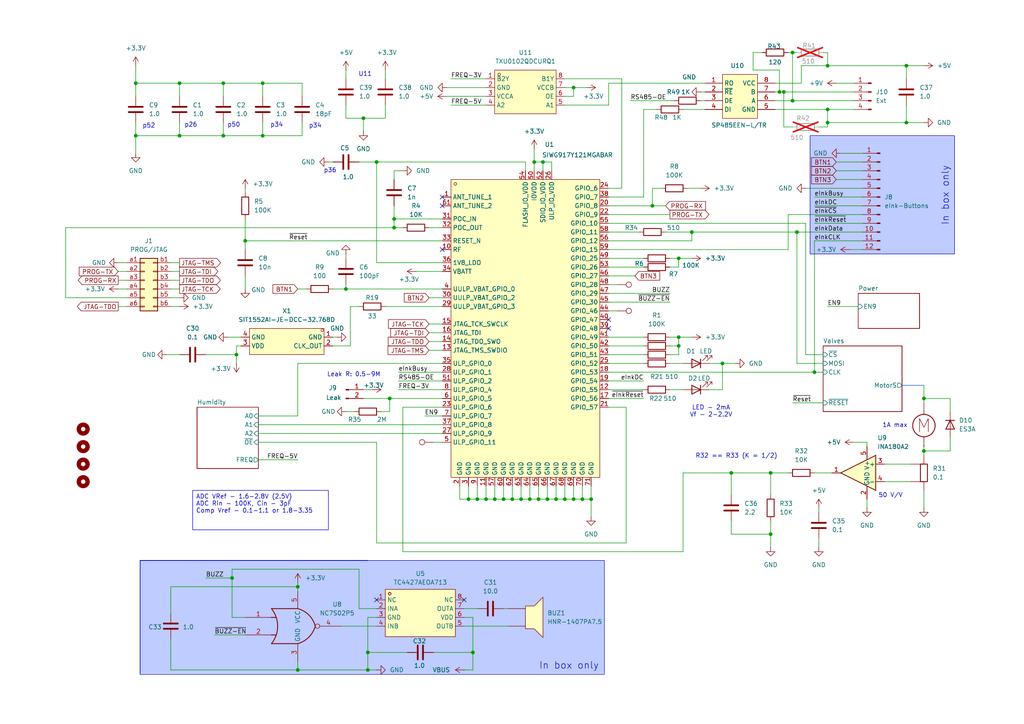
<source format=kicad_sch>
(kicad_sch (version 20231120) (generator "eeschema") (generator_version "8.0")
  (paper "A4")
  (title_block (title "Water Plant main module") (company "RoboWay"))
  (junction (at 227.33 26.67))
  (junction (at 64.77 39.37))
  (junction (at 156.21 144.78))
  (junction (at 226.06 26.67))
  (junction (at 229.87 29.21))
  (junction (at 109.22 46.99))
  (junction (at 236.22 107.95))
  (junction (at 86.36 170.18))
  (junction (at 76.2 24.13))
  (junction (at 223.52 137.16))
  (junction (at 39.37 39.37))
  (junction (at 240.03 19.05))
  (junction (at 168.91 144.78))
  (junction (at 68.58 102.87))
  (junction (at 262.89 19.05))
  (junction (at 146.05 144.78))
  (junction (at 209.55 105.41))
  (junction (at 113.03 115.57))
  (junction (at 163.83 144.78))
  (junction (at 71.12 69.85))
  (junction (at 153.67 144.78))
  (junction (at 39.37 24.13))
  (junction (at 267.97 115.57))
  (junction (at 158.75 144.78))
  (junction (at 189.23 59.69))
  (junction (at 100.33 83.82))
  (junction (at 106.68 189.23))
  (junction (at 240.03 31.75))
  (junction (at 196.85 97.79))
  (junction (at 151.13 144.78))
  (junction (at 114.3 66.04))
  (junction (at 135.89 144.78))
  (junction (at 140.97 144.78))
  (junction (at 262.89 35.56))
  (junction (at 143.51 144.78))
  (junction (at 114.3 63.5))
  (junction (at 105.41 34.29))
  (junction (at 171.45 144.78))
  (junction (at 223.52 154.94))
  (junction (at 137.16 189.23))
  (junction (at 86.36 194.31))
  (junction (at 76.2 39.37))
  (junction (at 157.48 46.99))
  (junction (at 212.09 137.16))
  (junction (at 166.37 144.78))
  (junction (at 106.68 194.31))
  (junction (at 154.94 46.99))
  (junction (at 196.85 74.93))
  (junction (at 64.77 24.13))
  (junction (at 161.29 144.78))
  (junction (at 196.85 100.33))
  (junction (at 67.31 167.64))
  (junction (at 200.66 67.31))
  (junction (at 166.37 25.4))
  (junction (at 267.97 130.81))
  (junction (at 229.87 15.24))
  (junction (at 148.59 144.78))
  (junction (at 52.07 39.37))
  (junction (at 138.43 144.78))
  (junction (at 231.14 67.31))
  (junction (at 240.03 35.56))
  (junction (at 52.07 24.13))
  (no_connect (at 176.53 92.71))
  (no_connect (at 128.27 72.39))
  (no_connect (at 109.22 173.99))
  (no_connect (at 176.53 95.25))
  (no_connect (at 128.27 59.69))
  (no_connect (at 134.62 173.99))
  (no_connect (at 128.27 57.15))
  (wire (pts (xy 229.87 29.21) (xy 247.65 29.21)))
  (wire (pts (xy 247.65 128.27) (xy 251.46 128.27)))
  (wire (pts (xy 67.31 179.07) (xy 71.12 179.07)))
  (wire (pts (xy 134.62 179.07) (xy 137.16 179.07)))
  (wire (pts (xy 218.44 20.32) (xy 226.06 20.32)))
  (wire (pts (xy 237.49 158.75) (xy 237.49 156.21)))
  (wire (pts (xy 176.53 74.93) (xy 186.69 74.93)))
  (wire (pts (xy 223.52 154.94) (xy 223.52 151.13)))
  (wire (pts (xy 157.48 46.99) (xy 154.94 46.99)))
  (wire (pts (xy 224.79 29.21) (xy 229.87 29.21)))
  (wire (pts (xy 130.81 22.86) (xy 140.97 22.86)))
  (wire (pts (xy 233.68 102.87) (xy 238.76 102.87)))
  (wire (pts (xy 156.21 140.97) (xy 156.21 144.78)))
  (wire (pts (xy 86.36 83.82) (xy 88.9 83.82)))
  (wire (pts (xy 163.83 140.97) (xy 163.83 144.78)))
  (wire (pts (xy 267.97 111.76) (xy 261.62 111.76)) (stroke (width 0) (color 0 78 255 1)))
  (wire (pts (xy 176.53 113.03) (xy 186.69 113.03)))
  (wire (pts (xy 135.89 140.97) (xy 135.89 144.78)))
  (wire (pts (xy 228.6 72.39) (xy 228.6 62.23)))
  (wire (pts (xy 223.52 154.94) (xy 223.52 158.75)))
  (wire (pts (xy 106.68 179.07) (xy 109.22 179.07)))
  (wire (pts (xy 176.53 97.79) (xy 186.69 97.79)))
  (wire (pts (xy 157.48 46.99) (xy 157.48 49.53)))
  (wire (pts (xy 228.6 15.24) (xy 229.87 15.24)))
  (wire (pts (xy 163.83 27.94) (xy 166.37 27.94)))
  (wire (pts (xy 74.93 120.65) (xy 86.36 120.65)))
  (wire (pts (xy 189.23 59.69) (xy 193.04 59.69)))
  (wire (pts (xy 246.38 72.39) (xy 250.19 72.39)))
  (wire (pts (xy 205.74 105.41) (xy 209.55 105.41)))
  (wire (pts (xy 176.53 72.39) (xy 228.6 72.39)))
  (polyline (pts (xy 40.64 162.56) (xy 40.64 195.58)))
  (wire (pts (xy 101.6 88.9) (xy 104.14 88.9)))
  (wire (pts (xy 67.31 167.64) (xy 67.31 165.1)))
  (wire (pts (xy 59.69 102.87) (xy 68.58 102.87)))
  (wire (pts (xy 124.46 93.98) (xy 128.27 93.98)))
  (wire (pts (xy 262.89 35.56) (xy 267.97 35.56)))
  (wire (pts (xy 226.06 26.67) (xy 227.33 26.67)))
  (wire (pts (xy 196.85 100.33) (xy 196.85 102.87)))
  (wire (pts (xy 100.33 20.32) (xy 100.33 22.86)))
  (wire (pts (xy 106.68 194.31) (xy 109.22 194.31)))
  (wire (pts (xy 186.69 110.49) (xy 176.53 110.49)))
  (wire (pts (xy 194.31 113.03) (xy 198.12 113.03)))
  (wire (pts (xy 176.53 57.15) (xy 186.69 57.15)))
  (wire (pts (xy 176.53 105.41) (xy 186.69 105.41)))
  (wire (pts (xy 76.2 39.37) (xy 87.63 39.37)))
  (wire (pts (xy 105.41 34.29) (xy 105.41 38.1)))
  (wire (pts (xy 229.87 116.84) (xy 238.76 116.84)))
  (wire (pts (xy 114.3 59.69) (xy 114.3 63.5)))
  (wire (pts (xy 134.62 194.31) (xy 137.16 194.31)))
  (wire (pts (xy 34.29 81.28) (xy 36.83 81.28)))
  (wire (pts (xy 66.04 97.79) (xy 69.85 97.79)))
  (wire (pts (xy 49.53 185.42) (xy 49.53 194.31)))
  (wire (pts (xy 133.35 140.97) (xy 133.35 144.78)))
  (wire (pts (xy 64.77 24.13) (xy 64.77 27.94)))
  (wire (pts (xy 251.46 144.78) (xy 251.46 147.32)))
  (wire (pts (xy 39.37 39.37) (xy 39.37 44.45)))
  (wire (pts (xy 109.22 76.2) (xy 109.22 46.99)))
  (wire (pts (xy 267.97 115.57) (xy 267.97 111.76)))
  (wire (pts (xy 120.65 78.74) (xy 128.27 78.74)))
  (wire (pts (xy 109.22 128.27) (xy 109.22 157.48)))
  (wire (pts (xy 135.89 144.78) (xy 138.43 144.78)))
  (wire (pts (xy 247.65 24.13) (xy 242.57 24.13)))
  (wire (pts (xy 67.31 167.64) (xy 67.31 179.07)))
  (wire (pts (xy 228.6 62.23) (xy 250.19 62.23)))
  (wire (pts (xy 134.62 176.53) (xy 138.43 176.53)))
  (wire (pts (xy 147.32 176.53) (xy 146.05 176.53)))
  (wire (pts (xy 106.68 194.31) (xy 106.68 189.23)))
  (wire (pts (xy 275.59 130.81) (xy 267.97 130.81)))
  (wire (pts (xy 100.33 73.66) (xy 100.33 74.93)))
  (wire (pts (xy 181.61 157.48) (xy 181.61 118.11)))
  (wire (pts (xy 146.05 140.97) (xy 146.05 144.78)))
  (wire (pts (xy 146.05 144.78) (xy 148.59 144.78)))
  (wire (pts (xy 153.67 140.97) (xy 153.67 144.78)))
  (wire (pts (xy 224.79 24.13) (xy 232.41 24.13)))
  (wire (pts (xy 143.51 144.78) (xy 146.05 144.78)))
  (wire (pts (xy 237.49 147.32) (xy 237.49 148.59)))
  (wire (pts (xy 106.68 189.23) (xy 118.11 189.23)))
  (wire (pts (xy 86.36 194.31) (xy 106.68 194.31)))
  (wire (pts (xy 128.27 118.11) (xy 116.84 118.11)))
  (wire (pts (xy 62.23 184.15) (xy 71.12 184.15)))
  (wire (pts (xy 189.23 54.61) (xy 189.23 59.69)))
  (wire (pts (xy 240.03 19.05) (xy 262.89 19.05)))
  (wire (pts (xy 176.53 54.61) (xy 180.34 54.61)))
  (wire (pts (xy 186.69 57.15) (xy 186.69 31.75)))
  (wire (pts (xy 34.29 78.74) (xy 36.83 78.74)))
  (wire (pts (xy 151.13 140.97) (xy 151.13 144.78)))
  (wire (pts (xy 100.33 30.48) (xy 100.33 34.29)))
  (wire (pts (xy 115.57 110.49) (xy 128.27 110.49)))
  (wire (pts (xy 242.57 46.99) (xy 250.19 46.99)))
  (wire (pts (xy 236.22 57.15) (xy 250.19 57.15)))
  (wire (pts (xy 68.58 100.33) (xy 68.58 102.87)))
  (wire (pts (xy 168.91 144.78) (xy 171.45 144.78)))
  (polyline (pts (xy 106.68 162.56) (xy 40.64 162.56)))
  (wire (pts (xy 203.2 29.21) (xy 204.47 29.21)))
  (wire (pts (xy 76.2 35.56) (xy 76.2 39.37)))
  (wire (pts (xy 125.73 189.23) (xy 137.16 189.23)))
  (wire (pts (xy 242.57 52.07) (xy 250.19 52.07)))
  (wire (pts (xy 49.53 78.74) (xy 52.07 78.74)))
  (wire (pts (xy 125.73 128.27) (xy 128.27 128.27)))
  (wire (pts (xy 114.3 66.04) (xy 114.3 63.5)))
  (wire (pts (xy 154.94 46.99) (xy 154.94 49.53)))
  (wire (pts (xy 71.12 69.85) (xy 71.12 72.39)))
  (wire (pts (xy 74.93 123.19) (xy 128.27 123.19)))
  (wire (pts (xy 176.53 30.48) (xy 176.53 24.13)))
  (wire (pts (xy 227.33 26.67) (xy 247.65 26.67)))
  (wire (pts (xy 86.36 170.18) (xy 86.36 171.45)))
  (wire (pts (xy 238.76 15.24) (xy 240.03 15.24)))
  (wire (pts (xy 218.44 15.24) (xy 218.44 20.32)))
  (wire (pts (xy 212.09 137.16) (xy 212.09 143.51)))
  (wire (pts (xy 176.53 64.77) (xy 233.68 64.77)))
  (wire (pts (xy 87.63 39.37) (xy 87.63 35.56)))
  (wire (pts (xy 34.29 83.82) (xy 36.83 83.82)))
  (wire (pts (xy 128.27 83.82) (xy 100.33 83.82)))
  (wire (pts (xy 196.85 97.79) (xy 200.66 97.79)))
  (wire (pts (xy 138.43 144.78) (xy 140.97 144.78)))
  (wire (pts (xy 110.49 119.38) (xy 113.03 119.38)))
  (wire (pts (xy 49.53 86.36) (xy 52.07 86.36)))
  (wire (pts (xy 74.93 125.73) (xy 128.27 125.73)))
  (wire (pts (xy 166.37 25.4) (xy 163.83 25.4)))
  (wire (pts (xy 74.93 128.27) (xy 109.22 128.27)))
  (wire (pts (xy 86.36 105.41) (xy 86.36 120.65)))
  (wire (pts (xy 99.06 181.61) (xy 109.22 181.61)))
  (wire (pts (xy 233.68 54.61) (xy 250.19 54.61)))
  (wire (pts (xy 102.87 119.38) (xy 100.33 119.38)))
  (wire (pts (xy 113.03 119.38) (xy 113.03 115.57)))
  (wire (pts (xy 123.19 120.65) (xy 128.27 120.65)))
  (wire (pts (xy 104.14 176.53) (xy 104.14 165.1)))
  (wire (pts (xy 113.03 115.57) (xy 128.27 115.57)))
  (wire (pts (xy 229.87 36.83) (xy 227.33 36.83)))
  (wire (pts (xy 64.77 39.37) (xy 76.2 39.37)))
  (wire (pts (xy 180.34 22.86) (xy 180.34 54.61)))
  (wire (pts (xy 203.2 26.67) (xy 204.47 26.67)))
  (wire (pts (xy 209.55 113.03) (xy 205.74 113.03)))
  (wire (pts (xy 52.07 24.13) (xy 64.77 24.13)))
  (wire (pts (xy 128.27 76.2) (xy 109.22 76.2)))
  (wire (pts (xy 69.85 100.33) (xy 68.58 100.33)))
  (wire (pts (xy 275.59 115.57) (xy 267.97 115.57)))
  (wire (pts (xy 52.07 39.37) (xy 64.77 39.37)))
  (wire (pts (xy 179.07 82.55) (xy 176.53 82.55)))
  (wire (pts (xy 196.85 74.93) (xy 196.85 77.47)))
  (wire (pts (xy 116.84 160.02) (xy 198.12 160.02)))
  (wire (pts (xy 86.36 191.77) (xy 86.36 194.31)))
  (wire (pts (xy 34.29 76.2) (xy 36.83 76.2)))
  (wire (pts (xy 115.57 113.03) (xy 128.27 113.03)))
  (wire (pts (xy 124.46 96.52) (xy 128.27 96.52)))
  (wire (pts (xy 220.98 15.24) (xy 218.44 15.24)))
  (wire (pts (xy 105.41 115.57) (xy 113.03 115.57)))
  (wire (pts (xy 186.69 115.57) (xy 176.53 115.57)))
  (wire (pts (xy 182.88 29.21) (xy 195.58 29.21)))
  (wire (pts (xy 124.46 101.6) (xy 128.27 101.6)))
  (wire (pts (xy 231.14 67.31) (xy 250.19 67.31)))
  (wire (pts (xy 111.76 34.29) (xy 111.76 30.48)))
  (wire (pts (xy 176.53 67.31) (xy 185.42 67.31)))
  (wire (pts (xy 96.52 100.33) (xy 101.6 100.33)))
  (wire (pts (xy 232.41 19.05) (xy 240.03 19.05)))
  (wire (pts (xy 48.26 102.87) (xy 52.07 102.87)))
  (wire (pts (xy 124.46 86.36) (xy 128.27 86.36)))
  (wire (pts (xy 224.79 26.67) (xy 226.06 26.67)))
  (wire (pts (xy 240.03 15.24) (xy 240.03 19.05)))
  (wire (pts (xy 229.87 15.24) (xy 231.14 15.24)))
  (wire (pts (xy 231.14 67.31) (xy 231.14 105.41)))
  (wire (pts (xy 39.37 24.13) (xy 52.07 24.13)))
  (wire (pts (xy 114.3 63.5) (xy 128.27 63.5)))
  (wire (pts (xy 129.54 25.4) (xy 140.97 25.4)))
  (wire (pts (xy 124.46 66.04) (xy 128.27 66.04)))
  (wire (pts (xy 166.37 140.97) (xy 166.37 144.78)))
  (wire (pts (xy 194.31 105.41) (xy 198.12 105.41)))
  (wire (pts (xy 229.87 15.24) (xy 229.87 29.21)))
  (wire (pts (xy 176.53 69.85) (xy 200.66 69.85)))
  (wire (pts (xy 212.09 137.16) (xy 223.52 137.16)))
  (wire (pts (xy 34.29 88.9) (xy 36.83 88.9)))
  (wire (pts (xy 160.02 46.99) (xy 157.48 46.99)))
  (wire (pts (xy 134.62 181.61) (xy 147.32 181.61)))
  (wire (pts (xy 130.81 30.48) (xy 140.97 30.48)))
  (wire (pts (xy 176.53 100.33) (xy 186.69 100.33)))
  (wire (pts (xy 151.13 144.78) (xy 153.67 144.78)))
  (wire (pts (xy 161.29 144.78) (xy 163.83 144.78)))
  (wire (pts (xy 194.31 100.33) (xy 196.85 100.33)))
  (wire (pts (xy 39.37 39.37) (xy 52.07 39.37)))
  (wire (pts (xy 251.46 129.54) (xy 251.46 128.27)))
  (wire (pts (xy 163.83 30.48) (xy 176.53 30.48)))
  (wire (pts (xy 76.2 24.13) (xy 87.63 24.13)))
  (wire (pts (xy 166.37 144.78) (xy 168.91 144.78)))
  (wire (pts (xy 191.77 54.61) (xy 189.23 54.61)))
  (wire (pts (xy 71.12 80.01) (xy 71.12 83.82)))
  (wire (pts (xy 49.53 177.8) (xy 49.53 170.18)))
  (wire (pts (xy 176.53 107.95) (xy 236.22 107.95)))
  (wire (pts (xy 212.09 151.13) (xy 212.09 154.94)))
  (wire (pts (xy 163.83 144.78) (xy 166.37 144.78)))
  (wire (pts (xy 161.29 140.97) (xy 161.29 144.78)))
  (wire (pts (xy 275.59 127) (xy 275.59 130.81)))
  (wire (pts (xy 64.77 35.56) (xy 64.77 39.37)))
  (wire (pts (xy 240.03 31.75) (xy 247.65 31.75)))
  (wire (pts (xy 156.21 144.78) (xy 158.75 144.78)))
  (wire (pts (xy 194.31 77.47) (xy 196.85 77.47)))
  (wire (pts (xy 158.75 144.78) (xy 161.29 144.78)))
  (wire (pts (xy 200.66 69.85) (xy 200.66 67.31)))
  (wire (pts (xy 71.12 69.85) (xy 128.27 69.85)))
  (wire (pts (xy 240.03 88.9) (xy 248.92 88.9)))
  (wire (pts (xy 262.89 19.05) (xy 267.97 19.05)))
  (wire (pts (xy 166.37 27.94) (xy 166.37 25.4)))
  (wire (pts (xy 240.03 36.83) (xy 240.03 35.56)))
  (wire (pts (xy 168.91 140.97) (xy 168.91 144.78)))
  (wire (pts (xy 200.66 67.31) (xy 231.14 67.31)))
  (wire (pts (xy 19.05 66.04) (xy 114.3 66.04)))
  (wire (pts (xy 176.53 62.23) (xy 194.31 62.23)))
  (wire (pts (xy 114.3 49.53) (xy 116.84 49.53)))
  (wire (pts (xy 49.53 170.18) (xy 86.36 170.18)))
  (wire (pts (xy 124.46 99.06) (xy 128.27 99.06)))
  (wire (pts (xy 87.63 24.13) (xy 87.63 27.94)))
  (wire (pts (xy 49.53 81.28) (xy 52.07 81.28)))
  (wire (pts (xy 52.07 35.56) (xy 52.07 39.37)))
  (wire (pts (xy 223.52 137.16) (xy 223.52 143.51)))
  (wire (pts (xy 138.43 140.97) (xy 138.43 144.78)))
  (wire (pts (xy 39.37 35.56) (xy 39.37 39.37)))
  (wire (pts (xy 196.85 74.93) (xy 200.66 74.93)))
  (wire (pts (xy 176.53 77.47) (xy 186.69 77.47)))
  (wire (pts (xy 267.97 142.24) (xy 267.97 147.32)))
  (wire (pts (xy 160.02 49.53) (xy 160.02 46.99)))
  (wire (pts (xy 176.53 24.13) (xy 204.47 24.13)))
  (wire (pts (xy 74.93 133.35) (xy 86.36 133.35)))
  (wire (pts (xy 49.53 76.2) (xy 52.07 76.2)))
  (wire (pts (xy 209.55 105.41) (xy 209.55 113.03)))
  (wire (pts (xy 140.97 144.78) (xy 143.51 144.78)))
  (wire (pts (xy 158.75 140.97) (xy 158.75 144.78)))
  (wire (pts (xy 105.41 113.03) (xy 107.95 113.03)))
  (wire (pts (xy 171.45 144.78) (xy 171.45 149.86)))
  (wire (pts (xy 236.22 107.95) (xy 236.22 69.85)))
  (wire (pts (xy 96.52 83.82) (xy 100.33 83.82)))
  (wire (pts (xy 71.12 54.61) (xy 71.12 55.88)))
  (wire (pts (xy 52.07 27.94) (xy 52.07 24.13)))
  (wire (pts (xy 223.52 137.16) (xy 228.6 137.16)))
  (wire (pts (xy 39.37 24.13) (xy 39.37 27.94)))
  (wire (pts (xy 212.09 154.94) (xy 223.52 154.94)))
  (wire (pts (xy 109.22 157.48) (xy 181.61 157.48)))
  (wire (pts (xy 243.84 44.45) (xy 250.19 44.45)))
  (wire (pts (xy 227.33 26.67) (xy 227.33 36.83)))
  (wire (pts (xy 68.58 102.87) (xy 68.58 105.41)))
  (wire (pts (xy 224.79 31.75) (xy 240.03 31.75)))
  (wire (pts (xy 176.53 85.09) (xy 194.31 85.09)))
  (wire (pts (xy 226.06 20.32) (xy 226.06 26.67)))
  (wire (pts (xy 133.35 144.78) (xy 135.89 144.78)))
  (wire (pts (xy 184.15 80.01) (xy 176.53 80.01)))
  (wire (pts (xy 100.33 34.29) (xy 105.41 34.29)))
  (wire (pts (xy 236.22 69.85) (xy 250.19 69.85)))
  (wire (pts (xy 198.12 137.16) (xy 212.09 137.16)))
  (wire (pts (xy 111.76 20.32) (xy 111.76 22.86)))
  (wire (pts (xy 163.83 22.86) (xy 180.34 22.86)))
  (wire (pts (xy 198.12 31.75) (xy 204.47 31.75)))
  (wire (pts (xy 104.14 46.99) (xy 109.22 46.99)))
  (wire (pts (xy 140.97 140.97) (xy 140.97 144.78)))
  (wire (pts (xy 194.31 102.87) (xy 196.85 102.87)))
  (wire (pts (xy 236.22 137.16) (xy 241.3 137.16)))
  (wire (pts (xy 231.14 105.41) (xy 238.76 105.41)))
  (wire (pts (xy 71.12 63.5) (xy 71.12 69.85)))
  (wire (pts (xy 129.54 27.94) (xy 140.97 27.94)))
  (wire (pts (xy 96.52 97.79) (xy 97.79 97.79)))
  (wire (pts (xy 49.53 194.31) (xy 86.36 194.31)))
  (wire (pts (xy 176.53 87.63) (xy 194.31 87.63)))
  (wire (pts (xy 109.22 46.99) (xy 152.4 46.99)))
  (wire (pts (xy 109.22 176.53) (xy 104.14 176.53)))
  (wire (pts (xy 101.6 100.33) (xy 101.6 88.9)))
  (wire (pts (xy 19.05 86.36) (xy 36.83 86.36)))
  (wire (pts (xy 256.54 139.7) (xy 264.16 139.7)))
  (wire (pts (xy 203.2 54.61) (xy 199.39 54.61)))
  (wire (pts (xy 209.55 105.41) (xy 213.36 105.41)))
  (wire (pts (xy 237.49 36.83) (xy 240.03 36.83)))
  (wire (pts (xy 198.12 160.02) (xy 198.12 137.16)))
  (wire (pts (xy 106.68 189.23) (xy 106.68 179.07)))
  (wire (pts (xy 105.41 34.29) (xy 111.76 34.29)))
  (wire (pts (xy 186.69 31.75) (xy 190.5 31.75)))
  (wire (pts (xy 267.97 116.84) (xy 267.97 115.57)))
  (wire (pts (xy 236.22 107.95) (xy 238.76 107.95)))
  (wire (pts (xy 194.31 97.79) (xy 196.85 97.79)))
  (wire (pts (xy 137.16 189.23) (xy 137.16 194.31)))
  (wire (pts (xy 179.07 90.17) (xy 176.53 90.17)))
  (wire (pts (xy 19.05 66.04) (xy 19.05 86.36)))
  (wire (pts (xy 116.84 66.04) (xy 114.3 66.04)))
  (wire (pts (xy 193.04 67.31) (xy 200.66 67.31)))
  (wire (pts (xy 148.59 144.78) (xy 151.13 144.78)))
  (wire (pts (xy 236.22 64.77) (xy 250.19 64.77)))
  (wire (pts (xy 115.57 107.95) (xy 128.27 107.95)))
  (wire (pts (xy 194.31 74.93) (xy 196.85 74.93)))
  (wire (pts (xy 104.14 165.1) (xy 67.31 165.1)))
  (wire (pts (xy 154.94 43.18) (xy 154.94 46.99)))
  (wire (pts (xy 116.84 118.11) (xy 116.84 160.02)))
  (wire (pts (xy 240.03 31.75) (xy 240.03 35.56)))
  (wire (pts (xy 86.36 105.41) (xy 128.27 105.41)))
  (wire (pts (xy 152.4 46.99) (xy 152.4 49.53)))
  (wire (pts (xy 153.67 144.78) (xy 156.21 144.78)))
  (wire (pts (xy 166.37 25.4) (xy 170.18 25.4)))
  (wire (pts (xy 95.25 46.99) (xy 96.52 46.99)))
  (wire (pts (xy 59.69 167.64) (xy 67.31 167.64)))
  (wire (pts (xy 111.76 88.9) (xy 128.27 88.9)))
  (wire (pts (xy 240.03 35.56) (xy 262.89 35.56)))
  (wire (pts (xy 148.59 140.97) (xy 148.59 144.78)))
  (wire (pts (xy 256.54 134.62) (xy 264.16 134.62)))
  (wire (pts (xy 181.61 118.11) (xy 176.53 118.11)))
  (wire (pts (xy 267.97 130.81) (xy 267.97 132.08)))
  (wire (pts (xy 49.53 83.82) (xy 52.07 83.82)))
  (wire (pts (xy 143.51 140.97) (xy 143.51 144.78)))
  (wire (pts (xy 64.77 24.13) (xy 76.2 24.13)))
  (wire (pts (xy 267.97 129.54) (xy 267.97 130.81)))
  (wire (pts (xy 39.37 19.05) (xy 39.37 24.13)))
  (wire (pts (xy 137.16 179.07) (xy 137.16 189.23)))
  (wire (pts (xy 262.89 19.05) (xy 262.89 22.86)))
  (wire (pts (xy 232.41 24.13) (xy 232.41 19.05)))
  (wire (pts (xy 196.85 97.79) (xy 196.85 100.33)))
  (wire (pts (xy 100.33 83.82) (xy 100.33 82.55)))
  (wire (pts (xy 275.59 119.38) (xy 275.59 115.57)))
  (wire (pts (xy 171.45 144.78) (xy 171.45 140.97)))
  (wire (pts (xy 233.68 64.77) (xy 233.68 102.87)))
  (wire (pts (xy 76.2 24.13) (xy 76.2 27.94)))
  (wire (pts (xy 114.3 52.07) (xy 114.3 49.53)))
  (wire (pts (xy 49.53 88.9) (xy 52.07 88.9)))
  (wire (pts (xy 176.53 59.69) (xy 189.23 59.69)))
  (wire (pts (xy 262.89 35.56) (xy 262.89 30.48)))
  (wire (pts (xy 86.36 168.91) (xy 86.36 170.18)))
  (wire (pts (xy 242.57 49.53) (xy 250.19 49.53)))
  (wire (pts (xy 236.22 59.69) (xy 250.19 59.69)))
  (wire (pts (xy 176.53 102.87) (xy 186.69 102.87)))
  (text_box "In box only" (at 40.64 162.56 0) (size 134.62 33.02) (fill (type color) (color 190 204 255 1)) (effects (font (size 2 2)) (justify right bottom)))
  (text_box "In box only" (at 234.95 39.37 90) (size 41.91 34.29) (fill (type color) (color 190 204 255 1)) (effects (font (size 2 2)) (justify bottom)))
  (text_box "ADC VRef - 1.6-2.8V (2.5V)\nADC Rin - 100K, Cin - 3pF\nComp Vref - 0.1-1.1 or 1.8-3.35\n" (at 55.88 142.24 0) (size 39.37 11.43) (effects (font (size 1.27 1.27)) (justify left top)))
  (text "p34" (at 80.264 36.322 0) (effects (font (size 1.27 1.27))))
  (text "p26" (at 55.372 36.322 0) (effects (font (size 1.27 1.27))))
  (text "1A max" (at 259.588 123.444 0) (effects (font (size 1.27 1.27))))
  (text "p36" (at 95.758 49.53 0) (effects (font (size 1.27 1.27))))
  (text "50 V/V" (at 258.318 143.764 0) (effects (font (size 1.27 1.27))))
  (text "R32 == R33 (K = 1/2)" (at 213.614 132.334 0) (effects (font (size 1.27 1.27))))
  (text "p34" (at 91.44 36.576 0) (effects (font (size 1.27 1.27))))
  (text "p50" (at 67.818 36.322 0) (effects (font (size 1.27 1.27))))
  (text "Leak R: 0.5-9M" (at 102.616 108.712 0) (effects (font (size 1.27 1.27))))
  (text "U11" (at 105.918 21.59 0) (effects (font (size 1.27 1.27))))
  (text "LED - 2mA\nVf - 2-2.2V" (at 206.248 119.38 0) (effects (font (size 1.27 1.27))))
  (text "p52" (at 43.18 36.576 0) (effects (font (size 1.27 1.27))))
  (label "eInkDC" (at 186.69 110.49 180))
  (label "RS485-OE" (at 115.57 110.49 0))
  (label "EN9" (at 123.19 120.65 0))
  (label "FREQ-5V" (at 86.36 133.35 180))
  (label "BUZZ" (at 59.69 167.64 0))
  (label "~{BUZZ-EN}" (at 62.23 184.15 0))
  (label "eInkDC" (at 236.22 59.69 0))
  (label "eInkData" (at 236.22 67.31 0))
  (label "eInkBusy" (at 115.57 107.95 0))
  (label "FREQ-3V" (at 130.81 22.86 0))
  (label "FREQ-5V" (at 130.81 30.48 0))
  (label "~{eInkCS}" (at 236.22 62.23 0))
  (label "~{eInkReset}" (at 236.22 64.77 0))
  (label "EN9" (at 240.03 88.9 0))
  (label "eInkCLK" (at 236.22 69.85 0))
  (label "eInkBusy" (at 236.22 57.15 0))
  (label "BUZZ" (at 194.31 85.09 180))
  (label "FREQ-3V" (at 115.57 113.03 0))
  (label "~{BUZZ-EN}" (at 194.31 87.63 180))
  (label "~{Reset}" (at 83.82 69.85 0))
  (label "~{eInkReset}" (at 186.69 115.57 180))
  (label "RS485-OE" (at 182.88 29.21 0))
  (label "~{Reset}" (at 229.87 116.84 0))
  (global_label "BTN2" (shape input) (at 124.46 86.36 180) (property "Intersheetrefs" "${INTERSHEET_REFS}" (effects (hide yes))))
  (global_label "BTN3" (shape input) (at 242.57 52.07 180) (property "Intersheetrefs" "${INTERSHEET_REFS}" (effects (hide yes))))
  (global_label "PROG-TX" (shape output) (at 194.31 62.23 0) (property "Intersheetrefs" "${INTERSHEET_REFS}" (effects (hide yes))))
  (global_label "JTAG-TCK" (shape input) (at 124.46 93.98 180) (property "Intersheetrefs" "${INTERSHEET_REFS}" (effects (hide yes))))
  (global_label "JTAG-TDI" (shape input) (at 124.46 96.52 180) (property "Intersheetrefs" "${INTERSHEET_REFS}" (effects (hide yes))))
  (global_label "JTAG-TDO" (shape input) (at 124.46 99.06 180) (property "Intersheetrefs" "${INTERSHEET_REFS}" (effects (hide yes))))
  (global_label "JTAG-TDI" (shape output) (at 52.07 78.74 0) (property "Intersheetrefs" "${INTERSHEET_REFS}" (effects (hide yes))))
  (global_label "JTAG-TDO" (shape output) (at 52.07 81.28 0) (property "Intersheetrefs" "${INTERSHEET_REFS}" (effects (hide yes))))
  (global_label "BTN1" (shape input) (at 86.36 83.82 180) (property "Intersheetrefs" "${INTERSHEET_REFS}" (effects (hide yes))))
  (global_label "BTN2" (shape input) (at 242.57 49.53 180) (property "Intersheetrefs" "${INTERSHEET_REFS}" (effects (hide yes))))
  (global_label "JTAG-TMS" (shape output) (at 52.07 76.2 0) (property "Intersheetrefs" "${INTERSHEET_REFS}" (effects (hide yes))))
  (global_label "JTAG-TCK" (shape output) (at 52.07 83.82 0) (property "Intersheetrefs" "${INTERSHEET_REFS}" (effects (hide yes))))
  (global_label "PROG-RX" (shape output) (at 34.29 81.28 180) (property "Intersheetrefs" "${INTERSHEET_REFS}" (effects (hide yes))))
  (global_label "BTN3" (shape input) (at 184.15 80.01 0) (property "Intersheetrefs" "${INTERSHEET_REFS}" (effects (hide yes))))
  (global_label "BTN1" (shape input) (at 242.57 46.99 180) (property "Intersheetrefs" "${INTERSHEET_REFS}" (effects (hide yes))))
  (global_label "JTAG-TMS" (shape input) (at 124.46 101.6 180) (property "Intersheetrefs" "${INTERSHEET_REFS}" (effects (hide yes))))
  (global_label "PROG-TX" (shape input) (at 34.29 78.74 180) (property "Intersheetrefs" "${INTERSHEET_REFS}" (effects (hide yes))))
  (global_label "PROG-RX" (shape input) (at 193.04 59.69 0) (property "Intersheetrefs" "${INTERSHEET_REFS}" (effects (hide yes))))
  (global_label "JTAG-TDO" (shape output) (at 34.29 88.9 180) (property "Intersheetrefs" "${INTERSHEET_REFS}" (effects (hide yes))))
  (symbol (lib_id "Device:R") (at 120.65 66.04 90) (unit 1)
    (property "Reference" "R4" (at 120.65 59.69 90))
    (property "Value" "10K" (at 120.65 62.23 90))
    (property "Footprint" "Resistor_SMD:R_0603_1608Metric_Pad0.98x0.95mm_HandSolder" (effects (hide yes)))
    (property "Description" "Resistor" (effects (hide yes)))
  )
  (symbol (lib_id "power:+3.3V") (at 200.66 74.93 270) (unit 1)
    (property "Reference" "#PWR012" (effects (hide yes)))
    (property "Value" "+3.3V" (at 204.47 74.9299 90) (effects (justify left)))
    (property "Description" "Power symbol creates a global label with name \"+3.3V\"" (effects (hide yes)))
  )
  (symbol (lib_id "Connector:Conn_01x04_Pin") (at 252.73 26.67 0) (mirror y) (unit 1)
    (property "Reference" "J10" (at 254 26.6699 0) (effects (justify right)))
    (property "Value" "Ext" (at 254 29.2099 0) (effects (justify right)))
    (property "Footprint" "locals:CONN-TH_DB301R-3.5-4P-GN-S" (effects (hide yes)))
    (property "Description" "Generic connector, single row, 01x04, script generated" (effects (hide yes)))
  )
  (symbol (lib_id "power:GND") (at 105.41 38.1 0) (unit 1)
    (property "Reference" "#PWR096" (effects (hide yes)))
    (property "Value" "GND" (at 105.41 43.18 0))
    (property "Description" "Power symbol creates a global label with name \"GND\" , ground" (effects (hide yes)))
  )
  (symbol (lib_id "Device:LED") (at 201.93 113.03 180) (unit 1)
    (property "Reference" "D2" (at 200.914 109.728 0))
    (property "Value" "LED" (at 204.216 109.728 0))
    (property "Footprint" "LED_THT:LED_D5.0mm" (effects (hide yes)))
    (property "Description" "Light emitting diode" (effects (hide yes)))
  )
  (symbol (lib_id "Device:C") (at 49.53 181.61 180) (unit 1)
    (property "Reference" "C33" (at 44.958 181.864 0))
    (property "Value" "1.0" (at 54.61 181.864 0))
    (property "Footprint" "Capacitor_SMD:C_0603_1608Metric_Pad1.08x0.95mm_HandSolder" (effects (hide yes)))
    (property "Description" "Unpolarized capacitor" (effects (hide yes)))
  )
  (symbol (lib_id "Device:C") (at 114.3 55.88 0) (unit 1)
    (property "Reference" "C7" (at 118.11 54.6099 0) (effects (justify left)))
    (property "Value" "1n" (at 118.11 57.1499 0) (effects (justify left)))
    (property "Footprint" "Capacitor_SMD:C_0603_1608Metric_Pad1.08x0.95mm_HandSolder" (effects (hide yes)))
    (property "Description" "Unpolarized capacitor" (effects (hide yes)))
  )
  (symbol (lib_id "power:GND") (at 203.2 26.67 270) (unit 1)
    (property "Reference" "#PWR092" (effects (hide yes)))
    (property "Value" "GND" (at 201.93 22.352 90) (effects (justify right)))
    (property "Description" "Power symbol creates a global label with name \"GND\" , ground" (effects (hide yes)))
  )
  (symbol (lib_id "Device:R") (at 233.68 36.83 90) (unit 1) (dnp yes)
    (property "Reference" "R42" (at 232.918 34.29 90))
    (property "Value" "510" (at 231.14 39.878 90))
    (property "Footprint" "Resistor_SMD:R_0603_1608Metric_Pad0.98x0.95mm_HandSolder" (effects (hide yes)))
    (property "Description" "Resistor" (effects (hide yes)))
  )
  (symbol (lib_id "power:GND") (at 39.37 44.45 0) (unit 1)
    (property "Reference" "#PWR05" (effects (hide yes)))
    (property "Value" "GND" (at 39.37 49.53 0))
    (property "Description" "Power symbol creates a global label with name \"GND\" , ground" (effects (hide yes)))
  )
  (symbol (lib_id "Mechanical:MountingHole") (at 24.13 129.54 0) (unit 1) (exclude_from_sim yes) (in_bom no)
    (property "Reference" "H2" (effects (hide yes)))
    (property "Value" "MountingHole" (effects (hide yes)))
    (property "Footprint" "MountingHole:MountingHole_3.2mm_M3" (effects (hide yes)))
    (property "Description" "Mounting Hole without connection" (effects (hide yes)))
  )
  (symbol (lib_id "power:+3.3V") (at 107.95 113.03 270) (unit 1)
    (property "Reference" "#PWR088" (effects (hide yes)))
    (property "Value" "+3.3V" (at 105.41 111.76 90) (effects (justify left)))
    (property "Description" "Power symbol creates a global label with name \"+3.3V\"" (effects (hide yes)))
  )
  (symbol (lib_id "Device:R") (at 190.5 97.79 90) (unit 1)
    (property "Reference" "R1" (at 190.5 91.44 90))
    (property "Value" "100K" (at 190.5 93.98 90))
    (property "Footprint" "Resistor_SMD:R_0603_1608Metric_Pad0.98x0.95mm_HandSolder" (effects (hide yes)))
    (property "Description" "Resistor" (effects (hide yes)))
  )
  (symbol (lib_id "Device:C") (at 76.2 31.75 0) (unit 1)
    (property "Reference" "C3" (at 80.01 30.4799 0) (effects (justify left)))
    (property "Value" "1.0" (at 80.01 33.0199 0) (effects (justify left)))
    (property "Footprint" "Capacitor_SMD:C_0603_1608Metric_Pad1.08x0.95mm_HandSolder" (effects (hide yes)))
    (property "Description" "Unpolarized capacitor" (effects (hide yes)))
  )
  (symbol (lib_id "Device:LED") (at 201.93 105.41 180) (unit 1)
    (property "Reference" "D1" (at 200.406 101.854 0))
    (property "Value" "LED" (at 204.724 101.854 0))
    (property "Footprint" "LED_THT:LED_D5.0mm" (effects (hide yes)))
    (property "Description" "Light emitting diode" (effects (hide yes)))
  )
  (symbol (lib_id "Device:C") (at 52.07 31.75 0) (unit 1)
    (property "Reference" "C1" (at 55.88 30.4799 0) (effects (justify left)))
    (property "Value" "1.0" (at 55.88 33.0199 0) (effects (justify left)))
    (property "Footprint" "Capacitor_SMD:C_0603_1608Metric_Pad1.08x0.95mm_HandSolder" (effects (hide yes)))
    (property "Description" "Unpolarized capacitor" (effects (hide yes)))
  )
  (symbol (lib_id "power:GND") (at 223.52 158.75 0) (unit 1)
    (property "Reference" "#PWR083" (effects (hide yes)))
    (property "Value" "GND" (at 223.52 163.83 0))
    (property "Description" "Power symbol creates a global label with name \"GND\" , ground" (effects (hide yes)))
  )
  (symbol (lib_id "Device:C") (at 111.76 26.67 0) (unit 1)
    (property "Reference" "C38" (at 115.57 25.3999 0) (effects (justify left)))
    (property "Value" "1.0" (at 115.57 27.9399 0) (effects (justify left)))
    (property "Footprint" "Capacitor_SMD:C_0603_1608Metric_Pad1.08x0.95mm_HandSolder" (effects (hide yes)))
    (property "Description" "Unpolarized capacitor" (effects (hide yes)))
  )
  (symbol (lib_id "Motor:Motor_DC") (at 267.97 121.92 0) (unit 1)
    (property "Reference" "M1" (effects (hide yes)))
    (property "Value" "Motor_DC" (effects (hide yes)))
    (property "Footprint" "Connector_JST:JST_XH_B2B-XH-A_1x02_P2.50mm_Vertical" (effects (hide yes)))
    (property "Description" "DC Motor" (effects (hide yes)))
  )
  (symbol (lib_id "power:+3.3V") (at 120.65 78.74 90) (unit 1)
    (property "Reference" "#PWR03" (effects (hide yes)))
    (property "Value" "+3.3V" (at 118.618 81.026 90))
    (property "Description" "Power symbol creates a global label with name \"+3.3V\"" (effects (hide yes)))
  )
  (symbol (lib_id "power:GND") (at 213.36 105.41 90) (unit 1)
    (property "Reference" "#PWR056" (effects (hide yes)))
    (property "Value" "GND" (at 217.17 105.4099 90) (effects (justify right)))
    (property "Description" "Power symbol creates a global label with name \"GND\" , ground" (effects (hide yes)))
  )
  (symbol (lib_id "Connector:Conn_01x02_Pin") (at 100.33 113.03 0) (unit 1)
    (property "Reference" "J9" (at 96.52 112.522 0))
    (property "Value" "Leak" (at 96.774 115.316 0))
    (property "Footprint" "Connector_JST:JST_XH_B2B-XH-A_1x02_P2.50mm_Vertical" (effects (hide yes)))
    (property "Description" "Generic connector, single row, 01x02, script generated" (effects (hide yes)))
  )
  (symbol (lib_id "power:GND") (at 66.04 97.79 270) (unit 1)
    (property "Reference" "#PWR049" (effects (hide yes)))
    (property "Value" "GND" (at 60.96 97.79 90))
    (property "Description" "Power symbol creates a global label with name \"GND\" , ground" (effects (hide yes)))
  )
  (symbol (lib_id "Device:R") (at 234.95 15.24 90) (unit 1) (dnp yes)
    (property "Reference" "R41" (at 234.696 13.208 90))
    (property "Value" "510" (at 234.442 17.78 90))
    (property "Footprint" "Resistor_SMD:R_0603_1608Metric_Pad0.98x0.95mm_HandSolder" (effects (hide yes)))
    (property "Description" "Resistor" (effects (hide yes)))
  )
  (symbol (lib_id "Device:C") (at 121.92 189.23 90) (unit 1)
    (property "Reference" "C32" (at 121.666 185.928 90))
    (property "Value" "1.0" (at 121.666 193.04 90))
    (property "Footprint" "Capacitor_SMD:C_0603_1608Metric_Pad1.08x0.95mm_HandSolder" (effects (hide yes)))
    (property "Description" "Unpolarized capacitor" (effects (hide yes)))
  )
  (symbol (lib_id "power:GND") (at 95.25 46.99 270) (unit 1)
    (property "Reference" "#PWR06" (effects (hide yes)))
    (property "Value" "GND" (at 89.408 46.99 90))
    (property "Description" "Power symbol creates a global label with name \"GND\" , ground" (effects (hide yes)))
  )
  (symbol (lib_id "Device:R") (at 199.39 29.21 90) (unit 1)
    (property "Reference" "R49" (at 195.326 26.67 90))
    (property "Value" "1K" (at 198.882 26.67 90))
    (property "Footprint" "Resistor_SMD:R_0603_1608Metric_Pad0.98x0.95mm_HandSolder" (effects (hide yes)))
    (property "Description" "Resistor" (effects (hide yes)))
  )
  (symbol (lib_id "Device:R") (at 71.12 59.69 180) (unit 1)
    (property "Reference" "R5" (at 73.66 58.4199 0) (effects (justify right)))
    (property "Value" "100K" (at 73.66 60.9599 0) (effects (justify right)))
    (property "Footprint" "Resistor_SMD:R_0603_1608Metric_Pad0.98x0.95mm_HandSolder" (effects (hide yes)))
    (property "Description" "Resistor" (effects (hide yes)))
  )
  (symbol (lib_id "Mechanical:MountingHole") (at 24.13 124.46 0) (unit 1) (exclude_from_sim yes) (in_bom no)
    (property "Reference" "H1" (effects (hide yes)))
    (property "Value" "MountingHole" (effects (hide yes)))
    (property "Footprint" "MountingHole:MountingHole_3.2mm_M3" (effects (hide yes)))
    (property "Description" "Mounting Hole without connection" (effects (hide yes)))
  )
  (symbol (lib_id "power:+3.3V") (at 68.58 105.41 180) (unit 1)
    (property "Reference" "#PWR051" (effects (hide yes)))
    (property "Value" "+3.3V" (at 64.008 106.934 0))
    (property "Description" "Power symbol creates a global label with name \"+3.3V\"" (effects (hide yes)))
  )
  (symbol (lib_id "Device:R") (at 190.5 113.03 90) (unit 1)
    (property "Reference" "R22" (at 190.246 115.57 90))
    (property "Value" "510" (at 194.31 115.57 90))
    (property "Footprint" "Resistor_SMD:R_0603_1608Metric_Pad0.98x0.95mm_HandSolder" (effects (hide yes)))
    (property "Description" "Resistor" (effects (hide yes)))
  )
  (symbol (lib_id "EasyEDA:SP485EEN-L_TR") (at 214.63 27.94 0) (unit 1)
    (property "Reference" "U10" (at 213.868 19.05 0))
    (property "Value" "SP485EEN-L/TR" (at 214.376 36.322 0))
    (property "Footprint" "easyeda2kicad:SOIC-8_L5.0-W4.0-P1.27-LS6.0-BL" (effects (hide yes)))
    (property "Datasheet" "https://lcsc.com/product-detail/RS-485-RS-422_SIPEX_SP485EEN-L-TR_SP485EEN-L-TR_C6855.html" (effects (hide yes)))
    (property "LCSC Part" "C6855" (effects (hide yes)))
  )
  (symbol (lib_id "power:GND") (at 267.97 147.32 0) (unit 1)
    (property "Reference" "#PWR076" (effects (hide yes)))
    (property "Value" "GND" (at 267.97 152.4 0))
    (property "Description" "Power symbol creates a global label with name \"GND\" , ground" (effects (hide yes)))
  )
  (symbol (lib_id "Connector:TestPoint") (at 179.07 82.55 270) (unit 1)
    (property "Reference" "TP2" (effects (hide yes)))
    (property "Value" "TestPoint" (effects (hide yes)))
    (property "Footprint" "TestPoint:TestPoint_Pad_1.0x1.0mm" (effects (hide yes)))
    (property "Description" "test point" (effects (hide yes)))
  )
  (symbol (lib_id "power:GND") (at 97.79 97.79 90) (unit 1)
    (property "Reference" "#PWR050" (effects (hide yes)))
    (property "Value" "GND" (at 97.79 95.25 90))
    (property "Description" "Power symbol creates a global label with name \"GND\" , ground" (effects (hide yes)))
  )
  (symbol (lib_id "power:GND") (at 71.12 83.82 0) (unit 1)
    (property "Reference" "#PWR010" (effects (hide yes)))
    (property "Value" "GND" (at 74.93 84.074 0))
    (property "Description" "Power symbol creates a global label with name \"GND\" , ground" (effects (hide yes)))
  )
  (symbol (lib_id "Device:R") (at 195.58 54.61 90) (unit 1)
    (property "Reference" "R8" (at 195.58 48.26 90))
    (property "Value" "100K" (at 195.58 50.8 90))
    (property "Footprint" "Resistor_SMD:R_0603_1608Metric_Pad0.98x0.95mm_HandSolder" (effects (hide yes)))
    (property "Description" "Resistor" (effects (hide yes)))
  )
  (symbol (lib_id "easyeda2kicad:SIWG917Y121MGABAR") (at 152.4 96.52 0) (unit 1)
    (property "Reference" "U1" (at 157.988 41.91 0) (effects (justify left)))
    (property "Value" "SIWG917Y121MGABAR" (at 157.226 44.958 0) (effects (justify left)))
    (property "Footprint" "locals:COMM-SMD_SIWG917Y110LGNBA" (effects (hide yes)))
    (property "LCSC Part" "C44509713" (effects (hide yes)))
  )
  (symbol (lib_id "power:+3.3V") (at 71.12 54.61 0) (unit 1)
    (property "Reference" "#PWR011" (effects (hide yes)))
    (property "Value" "+3.3V" (at 76.2 53.34 0))
    (property "Description" "Power symbol creates a global label with name \"+3.3V\"" (effects (hide yes)))
  )
  (symbol (lib_id "power:+3.3V") (at 52.07 88.9 270) (unit 1)
    (property "Reference" "#PWR017" (effects (hide yes)))
    (property "Value" "+3.3V" (at 55.88 88.8999 90) (effects (justify left)))
    (property "Description" "Power symbol creates a global label with name \"+3.3V\"" (effects (hide yes)))
  )
  (symbol (lib_id "power:+5V") (at 267.97 19.05 270) (unit 1)
    (property "Reference" "#PWR091" (effects (hide yes)))
    (property "Value" "+5V" (at 271.78 19.0499 90) (effects (justify left)))
    (property "Description" "Power symbol creates a global label with name \"+5V\"" (effects (hide yes)))
  )
  (symbol (lib_id "Device:C") (at 87.63 31.75 0) (unit 1)
    (property "Reference" "C4" (at 91.44 30.4799 0) (effects (justify left)))
    (property "Value" "18pF" (at 91.44 33.0199 0) (effects (justify left)))
    (property "Footprint" "Capacitor_SMD:C_0603_1608Metric_Pad1.08x0.95mm_HandSolder" (effects (hide yes)))
    (property "Description" "Unpolarized capacitor" (effects (hide yes)))
  )
  (symbol (lib_id "Connector_Generic:Conn_02x06_Row_Letter_First") (at 41.91 81.28 0) (unit 1)
    (property "Reference" "J1" (at 43.18 69.85 0))
    (property "Value" "PROG/JTAG" (at 43.18 72.39 0))
    (property "Footprint" "locals:PinHeader_2x06_P2.54mm_HorizontalAB" (effects (hide yes)))
    (property "Description" "Generic connector, double row, 02x06, row letter first pin numbering scheme (pin number consists of a letter for the row and a number for the pin index in this row. a1, ..., aN; b1, ..., bN), script generated (kicad-library-utils/schlib/autogen/connector/)" (effects (hide yes)))
  )
  (symbol (lib_id "power:GND") (at 52.07 86.36 90) (unit 1)
    (property "Reference" "#PWR016" (effects (hide yes)))
    (property "Value" "GND" (at 57.658 86.36 90))
    (property "Description" "Power symbol creates a global label with name \"GND\" , ground" (effects (hide yes)))
  )
  (symbol (lib_id "Device:C") (at 64.77 31.75 0) (unit 1)
    (property "Reference" "C2" (at 68.58 30.4799 0) (effects (justify left)))
    (property "Value" "1.0" (at 68.58 33.0199 0) (effects (justify left)))
    (property "Footprint" "Capacitor_SMD:C_0603_1608Metric_Pad1.08x0.95mm_HandSolder" (effects (hide yes)))
    (property "Description" "Unpolarized capacitor" (effects (hide yes)))
  )
  (symbol (lib_id "easyeda2kicad:HNR-1407PA7.5") (at 152.4 179.07 0) (unit 1)
    (property "Reference" "BUZ1" (at 158.75 177.7999 0) (effects (justify left)))
    (property "Value" "HNR-1407PA7.5" (at 158.75 180.3399 0) (effects (justify left)))
    (property "Footprint" "easyeda2kicad:BUZ-TH_BD14.0-P7.60-D0.8-L" (effects (hide yes)))
    (property "LCSC Part" "C22387762" (effects (hide yes)))
  )
  (symbol (lib_id "power:+3.3V") (at 34.29 83.82 90) (unit 1)
    (property "Reference" "#PWR015" (effects (hide yes)))
    (property "Value" "+3.3V" (at 30.48 83.8199 90) (effects (justify left)))
    (property "Description" "Power symbol creates a global label with name \"+3.3V\"" (effects (hide yes)))
  )
  (symbol (lib_id "Device:C") (at 100.33 26.67 0) (unit 1)
    (property "Reference" "C39" (at 104.14 25.3999 0) (effects (justify left)))
    (property "Value" "1.0" (at 104.14 27.9399 0) (effects (justify left)))
    (property "Footprint" "Capacitor_SMD:C_0603_1608Metric_Pad1.08x0.95mm_HandSolder" (effects (hide yes)))
    (property "Description" "Unpolarized capacitor" (effects (hide yes)))
  )
  (symbol (lib_id "power:GND") (at 100.33 73.66 180) (unit 1)
    (property "Reference" "#PWR08" (effects (hide yes)))
    (property "Value" "GND" (at 96.52 73.406 0))
    (property "Description" "Power symbol creates a global label with name \"GND\" , ground" (effects (hide yes)))
  )
  (symbol (lib_id "Device:R") (at 190.5 100.33 90) (unit 1)
    (property "Reference" "R2" (effects (hide yes)))
    (property "Value" "100K" (effects (hide yes)))
    (property "Footprint" "Resistor_SMD:R_0603_1608Metric_Pad0.98x0.95mm_HandSolder" (effects (hide yes)))
    (property "Description" "Resistor" (effects (hide yes)))
  )
  (symbol (lib_id "power:GND") (at 116.84 49.53 90) (unit 1)
    (property "Reference" "#PWR09" (effects (hide yes)))
    (property "Value" "GND" (at 120.65 49.5299 90) (effects (justify right)))
    (property "Description" "Power symbol creates a global label with name \"GND\" , ground" (effects (hide yes)))
  )
  (symbol (lib_id "Device:C") (at 100.33 78.74 0) (unit 1)
    (property "Reference" "C6" (at 104.14 77.4699 0) (effects (justify left)))
    (property "Value" "100pF" (at 104.14 80.0099 0) (effects (justify left)))
    (property "Footprint" "Capacitor_SMD:C_0603_1608Metric_Pad1.08x0.95mm_HandSolder" (effects (hide yes)))
    (property "Description" "Unpolarized capacitor" (effects (hide yes)))
  )
  (symbol (lib_id "Device:C") (at 100.33 46.99 90) (unit 1)
    (property "Reference" "C5" (at 101.346 42.926 90) (effects (justify left)))
    (property "Value" "1.0" (at 102.616 51.308 90) (effects (justify left)))
    (property "Footprint" "Capacitor_SMD:C_0603_1608Metric_Pad1.08x0.95mm_HandSolder" (effects (hide yes)))
    (property "Description" "Unpolarized capacitor" (effects (hide yes)))
  )
  (symbol (lib_id "Connector:TestPoint") (at 125.73 128.27 90) (unit 1)
    (property "Reference" "TP6" (effects (hide yes)))
    (property "Value" "TestPoint" (effects (hide yes)))
    (property "Footprint" "TestPoint:TestPoint_Pad_1.0x1.0mm" (effects (hide yes)))
    (property "Description" "test point" (effects (hide yes)))
  )
  (symbol (lib_id "Connector:TestPoint") (at 179.07 90.17 270) (unit 1)
    (property "Reference" "TP1" (effects (hide yes)))
    (property "Value" "TestPoint" (effects (hide yes)))
    (property "Footprint" "TestPoint:TestPoint_Pad_1.0x1.0mm" (effects (hide yes)))
    (property "Description" "test point" (effects (hide yes)))
  )
  (symbol (lib_id "Connector:Conn_01x12_Pin") (at 255.27 57.15 0) (mirror y) (unit 1)
    (property "Reference" "J8" (at 256.54 57.1499 0) (effects (justify right)))
    (property "Value" "eInk-Buttons" (at 256.54 59.6899 0) (effects (justify right)))
    (property "Footprint" "locals:CONN-TH_XAD-12AS" (effects (hide yes)))
    (property "Description" "Generic connector, single row, 01x12, script generated" (effects (hide yes)))
  )
  (symbol (lib_id "power:+3.3V") (at 39.37 19.05 0) (unit 1)
    (property "Reference" "#PWR04" (effects (hide yes)))
    (property "Value" "+3.3V" (at 39.37 13.97 0))
    (property "Description" "Power symbol creates a global label with name \"+3.3V\"" (effects (hide yes)))
  )
  (symbol (lib_id "Device:R_Shunt") (at 267.97 137.16 0) (mirror y) (unit 1)
    (property "Reference" "R31" (at 270.51 135.8899 0) (effects (justify right)))
    (property "Value" "0.1" (at 270.51 138.4299 0) (effects (justify right)))
    (property "Footprint" "Resistor_SMD:R_Shunt_Vishay_WSK2512_6332Metric_T2.21mm" (effects (hide yes)))
    (property "Description" "Shunt resistor" (effects (hide yes)))
  )
  (symbol (lib_id "power:+3.3V") (at 203.2 54.61 270) (unit 1)
    (property "Reference" "#PWR013" (effects (hide yes)))
    (property "Value" "+3.3V" (at 207.01 54.6099 90) (effects (justify left)))
    (property "Description" "Power symbol creates a global label with name \"+3.3V\"" (effects (hide yes)))
  )
  (symbol (lib_id "Device:R") (at 190.5 102.87 90) (unit 1)
    (property "Reference" "R3" (effects (hide yes)))
    (property "Value" "100K" (effects (hide yes)))
    (property "Footprint" "Resistor_SMD:R_0603_1608Metric_Pad0.98x0.95mm_HandSolder" (effects (hide yes)))
    (property "Description" "Resistor" (effects (hide yes)))
  )
  (symbol (lib_id "power:+9V") (at 242.57 24.13 90) (unit 1)
    (property "Reference" "#PWR0111" (effects (hide yes)))
    (property "Value" "+9V" (at 238.76 24.1299 90) (effects (justify left)))
    (property "Description" "Power symbol creates a global label with name \"+9V\"" (effects (hide yes)))
  )
  (symbol (lib_id "Device:R") (at 223.52 147.32 180) (unit 1)
    (property "Reference" "R33" (at 226.06 146.0499 0) (effects (justify right)))
    (property "Value" "10K" (at 226.06 148.5899 0) (effects (justify right)))
    (property "Footprint" "Resistor_SMD:R_0603_1608Metric_Pad0.98x0.95mm_HandSolder" (effects (hide yes)))
    (property "Description" "Resistor" (effects (hide yes)))
  )
  (symbol (lib_id "power:+3.3V") (at 154.94 43.18 0) (unit 1)
    (property "Reference" "#PWR02" (effects (hide yes)))
    (property "Value" "+3.3V" (at 154.94 38.1 0))
    (property "Description" "Power symbol creates a global label with name \"+3.3V\"" (effects (hide yes)))
  )
  (symbol (lib_id "power:GND") (at 233.68 54.61 270) (unit 1)
    (property "Reference" "#PWR086" (effects (hide yes)))
    (property "Value" "GND" (at 229.87 54.6099 90) (effects (justify right)))
    (property "Description" "Power symbol creates a global label with name \"GND\" , ground" (effects (hide yes)))
  )
  (symbol (lib_id "easyeda2kicad:SIT1552AI-JE-DCC-32.768D") (at 83.82 99.06 0) (mirror y) (unit 1)
    (property "Reference" "X1" (at 83.185 90.17 0))
    (property "Value" "SIT1552AI-JE-DCC-32.768D" (at 83.185 92.71 0))
    (property "Footprint" "easyeda2kicad:OSC-SMD_4P-L1.5-W0.8-BL" (effects (hide yes)))
    (property "Datasheet" "https://lcsc.com/product-detail/Others_SiTime-SIT1552AI-JE-DCC-32-768D_C367054.html" (effects (hide yes)))
    (property "LCSC Part" "C367054" (effects (hide yes)))
  )
  (symbol (lib_id "Device:R") (at 190.5 105.41 90) (unit 1)
    (property "Reference" "R21" (at 190.5 109.22 90))
    (property "Value" "510" (at 194.818 109.22 90))
    (property "Footprint" "Resistor_SMD:R_0603_1608Metric_Pad0.98x0.95mm_HandSolder" (effects (hide yes)))
    (property "Description" "Resistor" (effects (hide yes)))
  )
  (symbol (lib_id "power:GND") (at 243.84 44.45 270) (unit 1)
    (property "Reference" "#PWR085" (effects (hide yes)))
    (property "Value" "GND" (at 240.03 44.4499 90) (effects (justify right)))
    (property "Description" "Power symbol creates a global label with name \"GND\" , ground" (effects (hide yes)))
  )
  (symbol (lib_id "Device:C") (at 55.88 102.87 90) (unit 1)
    (property "Reference" "C30" (at 55.88 95.25 90))
    (property "Value" "0.1" (at 55.88 97.79 90))
    (property "Footprint" "Capacitor_SMD:C_0603_1608Metric_Pad1.08x0.95mm_HandSolder" (effects (hide yes)))
    (property "Description" "Unpolarized capacitor" (effects (hide yes)))
  )
  (symbol (lib_id "power:+3.3V") (at 86.36 168.91 0) (unit 1)
    (property "Reference" "#PWR054" (effects (hide yes)))
    (property "Value" "+3.3V" (at 91.44 167.64 0))
    (property "Description" "Power symbol creates a global label with name \"+3.3V\"" (effects (hide yes)))
  )
  (symbol (lib_id "Device:R") (at 190.5 74.93 90) (unit 1)
    (property "Reference" "R6" (at 185.42 76.454 90))
    (property "Value" "100K" (at 200.406 76.962 90))
    (property "Footprint" "Resistor_SMD:R_0603_1608Metric_Pad0.98x0.95mm_HandSolder" (effects (hide yes)))
    (property "Description" "Resistor" (effects (hide yes)))
  )
  (symbol (lib_id "Device:D") (at 275.59 123.19 270) (unit 1)
    (property "Reference" "D10" (at 278.13 121.9199 90) (effects (justify left)))
    (property "Value" "ES3A" (at 278.13 124.4599 90) (effects (justify left)))
    (property "Footprint" "Diode_SMD:D_SMC" (effects (hide yes)))
    (property "Description" "Diode" (effects (hide yes)))
    (property "Sim.Device" "D" (effects (hide yes)))
    (property "Sim.Pins" "1=K 2=A" (effects (hide yes)))
  )
  (symbol (lib_id "power:GND") (at 251.46 147.32 0) (unit 1)
    (property "Reference" "#PWR077" (effects (hide yes)))
    (property "Value" "GND" (at 251.46 152.4 0))
    (property "Description" "Power symbol creates a global label with name \"GND\" , ground" (effects (hide yes)))
  )
  (symbol (lib_id "Device:C") (at 262.89 26.67 0) (unit 1)
    (property "Reference" "C37" (at 266.7 25.3999 0) (effects (justify left)))
    (property "Value" "1.0" (at 266.7 27.9399 0) (effects (justify left)))
    (property "Footprint" "Capacitor_SMD:C_0603_1608Metric_Pad1.08x0.95mm_HandSolder" (effects (hide yes)))
    (property "Description" "Unpolarized capacitor" (effects (hide yes)))
  )
  (symbol (lib_id "Device:R") (at 189.23 67.31 90) (unit 1)
    (property "Reference" "R34" (at 183.134 66.04 90))
    (property "Value" "510" (at 195.326 66.04 90))
    (property "Footprint" "Resistor_SMD:R_0603_1608Metric_Pad0.98x0.95mm_HandSolder" (effects (hide yes)))
    (property "Description" "Resistor" (effects (hide yes)))
  )
  (symbol (lib_id "Device:C") (at 237.49 152.4 0) (unit 1)
    (property "Reference" "C35" (at 241.3 151.1299 0) (effects (justify left)))
    (property "Value" "0.1" (at 241.3 153.6699 0) (effects (justify left)))
    (property "Footprint" "Capacitor_SMD:C_0603_1608Metric_Pad1.08x0.95mm_HandSolder" (effects (hide yes)))
    (property "Description" "Unpolarized capacitor" (effects (hide yes)))
  )
  (symbol (lib_id "power:+3.3V") (at 246.38 72.39 90) (unit 1)
    (property "Reference" "#PWR084" (effects (hide yes)))
    (property "Value" "+3.3V" (at 242.57 72.3899 90) (effects (justify left)))
    (property "Description" "Power symbol creates a global label with name \"+3.3V\"" (effects (hide yes)))
  )
  (symbol (lib_id "power:GND") (at 109.22 194.31 90) (unit 1)
    (property "Reference" "#PWR053" (effects (hide yes)))
    (property "Value" "GND" (at 113.03 194.31 90) (effects (justify right)))
    (property "Description" "Power symbol creates a global label with name \"GND\" , ground" (effects (hide yes)))
  )
  (symbol (lib_id "Device:R") (at 194.31 31.75 90) (unit 1)
    (property "Reference" "R48" (at 191.77 34.036 90))
    (property "Value" "1K" (at 196.342 34.036 90))
    (property "Footprint" "Resistor_SMD:R_0603_1608Metric_Pad0.98x0.95mm_HandSolder" (effects (hide yes)))
    (property "Description" "Resistor" (effects (hide yes)))
  )
  (symbol (lib_id "Amplifier_Current:INA180A2") (at 248.92 137.16 0) (mirror y) (unit 1)
    (property "Reference" "U9" (at 254.4765 127 0) (effects (justify right)))
    (property "Value" "INA180A2" (at 254.4765 129.54 0) (effects (justify right)))
    (property "Footprint" "Package_TO_SOT_SMD:SOT-23-5_HandSoldering" (effects (hide yes)))
    (property "Datasheet" "http://www.ti.com/lit/ds/symlink/ina180.pdf" (effects (hide yes)))
    (property "Description" "Current Sense Amplifier, 1 Circuit, Rail-to-Rail, 26V, Gain 50 V/V, SOT-23-5" (effects (hide yes)))
  )
  (symbol (lib_id "power:+5V") (at 129.54 27.94 90) (unit 1)
    (property "Reference" "#PWR095" (effects (hide yes)))
    (property "Value" "+5V" (at 125.73 27.9399 90) (effects (justify left)))
    (property "Description" "Power symbol creates a global label with name \"+5V\"" (effects (hide yes)))
  )
  (symbol (lib_id "power:VBUS") (at 134.62 194.31 90) (unit 1)
    (property "Reference" "#PWR055" (effects (hide yes)))
    (property "Value" "VBUS" (at 130.556 194.31 90) (effects (justify left)))
    (property "Description" "Power symbol creates a global label with name \"VBUS\"" (effects (hide yes)))
  )
  (symbol (lib_id "easyeda2kicad:TC4427AEOA713") (at 121.92 177.8 0) (unit 1)
    (property "Reference" "U5" (at 121.92 166.37 0))
    (property "Value" "TC4427AEOA713" (at 121.92 168.91 0))
    (property "Footprint" "easyeda2kicad:SOIC-8_L4.9-W3.9-P1.27-LS6.0-BL" (effects (hide yes)))
    (property "Datasheet" "https://lcsc.com/product-detail/MICROCHIP_MICROCHIP_TC4427AEOA713_TC4427AEOA713_C20551.html" (effects (hide yes)))
    (property "LCSC Part" "C20551" (effects (hide yes)))
  )
  (symbol (lib_id "Device:R") (at 224.79 15.24 90) (unit 1)
    (property "Reference" "R43" (at 224.536 13.462 90))
    (property "Value" "120" (at 224.79 18.034 90))
    (property "Footprint" "Resistor_SMD:R_0603_1608Metric_Pad0.98x0.95mm_HandSolder" (effects (hide yes)))
    (property "Description" "Resistor" (effects (hide yes)))
  )
  (symbol (lib_id "Device:R") (at 106.68 119.38 90) (unit 1)
    (property "Reference" "R35" (at 102.87 121.666 90))
    (property "Value" "2M" (at 110.744 121.666 90))
    (property "Footprint" "Resistor_SMD:R_0603_1608Metric_Pad0.98x0.95mm_HandSolder" (effects (hide yes)))
    (property "Description" "Resistor" (effects (hide yes)))
  )
  (symbol (lib_id "Device:C") (at 39.37 31.75 0) (unit 1)
    (property "Reference" "C9" (at 43.18 30.4799 0) (effects (justify left)))
    (property "Value" "1.0" (at 43.18 33.0199 0) (effects (justify left)))
    (property "Footprint" "Capacitor_SMD:C_0603_1608Metric_Pad1.08x0.95mm_HandSolder" (effects (hide yes)))
    (property "Description" "Unpolarized capacitor" (effects (hide yes)))
  )
  (symbol (lib_id "Device:R") (at 107.95 88.9 90) (unit 1)
    (property "Reference" "R19" (at 107.95 86.36 90))
    (property "Value" "33" (at 107.95 91.694 90))
    (property "Footprint" "Resistor_SMD:R_0603_1608Metric_Pad0.98x0.95mm_HandSolder" (effects (hide yes)))
    (property "Description" "Resistor" (effects (hide yes)))
  )
  (symbol (lib_id "power:GND") (at 237.49 158.75 0) (unit 1)
    (property "Reference" "#PWR082" (effects (hide yes)))
    (property "Value" "GND" (at 237.49 163.83 0))
    (property "Description" "Power symbol creates a global label with name \"GND\" , ground" (effects (hide yes)))
  )
  (symbol (lib_id "Mechanical:MountingHole") (at 24.13 134.62 0) (unit 1) (exclude_from_sim yes) (in_bom no)
    (property "Reference" "H3" (effects (hide yes)))
    (property "Value" "MountingHole" (effects (hide yes)))
    (property "Footprint" "MountingHole:MountingHole_3.2mm_M3" (effects (hide yes)))
    (property "Description" "Mounting Hole without connection" (effects (hide yes)))
  )
  (symbol (lib_id "power:GND") (at 100.33 119.38 270) (unit 1)
    (property "Reference" "#PWR089" (effects (hide yes)))
    (property "Value" "GND" (at 95.25 119.38 90))
    (property "Description" "Power symbol creates a global label with name \"GND\" , ground" (effects (hide yes)))
  )
  (symbol (lib_id "power:+5V") (at 247.65 128.27 90) (unit 1)
    (property "Reference" "#PWR078" (effects (hide yes)))
    (property "Value" "+5V" (at 243.84 128.2699 90) (effects (justify left)))
    (property "Description" "Power symbol creates a global label with name \"+5V\"" (effects (hide yes)))
  )
  (symbol (lib_id "power:+3.3V") (at 170.18 25.4 270) (unit 1)
    (property "Reference" "#PWR093" (effects (hide yes)))
    (property "Value" "+3.3V" (at 169.164 27.94 90) (effects (justify left)))
    (property "Description" "Power symbol creates a global label with name \"+3.3V\"" (effects (hide yes)))
  )
  (symbol (lib_id "Mechanical:MountingHole") (at 24.13 139.7 0) (unit 1) (exclude_from_sim yes) (in_bom no)
    (property "Reference" "H4" (effects (hide yes)))
    (property "Value" "MountingHole" (effects (hide yes)))
    (property "Footprint" "MountingHole:MountingHole_3.2mm_M3" (effects (hide yes)))
    (property "Description" "Mounting Hole without connection" (effects (hide yes)))
  )
  (symbol (lib_id "Device:R") (at 92.71 83.82 90) (unit 1)
    (property "Reference" "R9" (at 92.71 77.47 90))
    (property "Value" "100" (at 92.71 80.01 90))
    (property "Footprint" "Resistor_SMD:R_0603_1608Metric_Pad0.98x0.95mm_HandSolder" (effects (hide yes)))
    (property "Description" "Resistor" (effects (hide yes)))
  )
  (symbol (lib_id "power:GND") (at 129.54 25.4 270) (unit 1)
    (property "Reference" "#PWR094" (effects (hide yes)))
    (property "Value" "GND" (at 125.73 25.3999 90) (effects (justify right)))
    (property "Description" "Power symbol creates a global label with name \"GND\" , ground" (effects (hide yes)))
  )
  (symbol (lib_id "power:+3.3V") (at 200.66 97.79 270) (unit 1)
    (property "Reference" "#PWR07" (effects (hide yes)))
    (property "Value" "+3.3V" (at 204.47 97.7899 90) (effects (justify left)))
    (property "Description" "Power symbol creates a global label with name \"+3.3V\"" (effects (hide yes)))
  )
  (symbol (lib_id "power:GND") (at 48.26 102.87 270) (unit 1)
    (property "Reference" "#PWR052" (effects (hide yes)))
    (property "Value" "GND" (at 43.18 102.87 90))
    (property "Description" "Power symbol creates a global label with name \"GND\" , ground" (effects (hide yes)))
  )
  (symbol (lib_id "Device:R") (at 232.41 137.16 90) (unit 1)
    (property "Reference" "R32" (at 232.41 130.81 90))
    (property "Value" "10K" (at 232.41 133.35 90))
    (property "Footprint" "Resistor_SMD:R_0603_1608Metric_Pad0.98x0.95mm_HandSolder" (effects (hide yes)))
    (property "Description" "Resistor" (effects (hide yes)))
  )
  (symbol (lib_id "power:GND") (at 171.45 149.86 0) (unit 1)
    (property "Reference" "#PWR01" (effects (hide yes)))
    (property "Value" "GND" (at 171.45 154.94 0))
    (property "Description" "Power symbol creates a global label with name \"GND\" , ground" (effects (hide yes)))
  )
  (symbol (lib_id "74xGxx:74LVC1G02") (at 86.36 181.61 0) (unit 1)
    (property "Reference" "U8" (at 97.79 175.2914 0))
    (property "Value" "NC7S02P5" (at 97.79 177.8314 0))
    (property "Footprint" "Package_TO_SOT_SMD:SOT-23-5_HandSoldering" (effects (hide yes)))
    (property "Datasheet" "https://www.ti.com/lit/ds/symlink/sn74lvc1g02.pdf" (effects (hide yes)))
    (property "Description" "Single NOR Gate, Low-Voltage CMOS" (effects (hide yes)))
  )
  (symbol (lib_id "power:GND") (at 267.97 35.56 90) (unit 1)
    (property "Reference" "#PWR090" (effects (hide yes)))
    (property "Value" "GND" (at 271.78 35.5599 90) (effects (justify right)))
    (property "Description" "Power symbol creates a global label with name \"GND\" , ground" (effects (hide yes)))
  )
  (symbol (lib_id "power:+5V") (at 237.49 147.32 0) (unit 1)
    (property "Reference" "#PWR081" (effects (hide yes)))
    (property "Value" "+5V" (at 237.49 142.24 0))
    (property "Description" "Power symbol creates a global label with name \"+5V\"" (effects (hide yes)))
  )
  (symbol (lib_id "Device:C") (at 71.12 76.2 0) (unit 1)
    (property "Reference" "C8" (at 74.93 74.9299 0) (effects (justify left)))
    (property "Value" "10n" (at 74.93 77.4699 0) (effects (justify left)))
    (property "Footprint" "Capacitor_SMD:C_0603_1608Metric_Pad1.08x0.95mm_HandSolder" (effects (hide yes)))
    (property "Description" "Unpolarized capacitor" (effects (hide yes)))
  )
  (symbol (lib_id "power:GND") (at 34.29 76.2 270) (unit 1)
    (property "Reference" "#PWR014" (effects (hide yes)))
    (property "Value" "GND" (at 28.702 76.2 90))
    (property "Description" "Power symbol creates a global label with name \"GND\" , ground" (effects (hide yes)))
  )
  (symbol (lib_id "EasyEDA:TXU0102QDCURQ1") (at 152.4 26.67 0) (unit 1)
    (property "Reference" "U11" (at 152.4 15.24 0))
    (property "Value" "TXU0102QDCURQ1" (at 152.4 17.78 0))
    (property "Footprint" "easyeda2kicad:VSSOP-8_L2.3-W2.0-P0.50-LS3.1-BL" (effects (hide yes)))
    (property "LCSC Part" "C5812505" (effects (hide yes)))
  )
  (symbol (lib_id "Device:C") (at 212.09 147.32 0) (unit 1)
    (property "Reference" "C36" (at 215.9 146.0499 0) (effects (justify left)))
    (property "Value" "2.2" (at 215.9 148.5899 0) (effects (justify left)))
    (property "Footprint" "Capacitor_SMD:C_0603_1608Metric_Pad1.08x0.95mm_HandSolder" (effects (hide yes)))
    (property "Description" "Unpolarized capacitor" (effects (hide yes)))
  )
  (symbol (lib_id "power:+5V") (at 100.33 20.32 0) (unit 1)
    (property "Reference" "#PWR097" (effects (hide yes)))
    (property "Value" "+5V" (at 100.33 15.24 0))
    (property "Description" "Power symbol creates a global label with name \"+5V\"" (effects (hide yes)))
  )
  (symbol (lib_id "power:+3.3V") (at 111.76 20.32 0) (unit 1)
    (property "Reference" "#PWR098" (effects (hide yes)))
    (property "Value" "+3.3V" (at 109.22 15.24 0) (effects (justify left)))
    (property "Description" "Power symbol creates a global label with name \"+3.3V\"" (effects (hide yes)))
  )
  (symbol (lib_id "Device:C") (at 142.24 176.53 90) (unit 1)
    (property "Reference" "C31" (at 142.24 168.91 90))
    (property "Value" "10.0" (at 142.24 171.45 90))
    (property "Footprint" "Capacitor_SMD:C_1206_3216Metric_Pad1.33x1.80mm_HandSolder" (effects (hide yes)))
    (property "Description" "Unpolarized capacitor" (effects (hide yes)))
  )
  (symbol (lib_id "Device:R") (at 190.5 77.47 90) (unit 1)
    (property "Reference" "R7" (at 195.326 79.502 90))
    (property "Value" "100K" (effects (hide yes)))
    (property "Footprint" "Resistor_SMD:R_0603_1608Metric_Pad0.98x0.95mm_HandSolder" (effects (hide yes)))
    (property "Description" "Resistor" (effects (hide yes)))
  )
  (sheet (at 57.15 118.11) (size 17.78 17.78) (stroke (width 0.1524))
    (property "Sheetname" "Humidity" (at 57.15 117.3984 0) (effects (justify left bottom)))
    (property "Sheetfile" "humidity.kicad_sch" (effects (hide yes)))
    (pin "A0" input (at 74.93 120.65 0))
    (pin "A1" input (at 74.93 123.19 0))
    (pin "A2" input (at 74.93 125.73 0))
    (pin "~{OE}" input (at 74.93 128.27 0))
    (pin "FREQ" output (at 74.93 133.35 0))
  )
  (sheet (at 238.76 100.33) (size 22.86 19.05) (stroke (width 0.1524))
    (property "Sheetname" "Valves" (at 238.76 99.6184 0) (effects (justify left bottom)))
    (property "Sheetfile" "valves.kicad_sch" (effects (hide yes)))
    (pin "~{CS}" input (at 238.76 102.87 180))
    (pin "~{RESET}" input (at 238.76 116.84 180))
    (pin "CLK" input (at 238.76 107.95 180))
    (pin "MOSI" input (at 238.76 105.41 180))
    (pin "MotorS" output (at 261.62 111.76 0))
  )
  (sheet (at 248.92 85.09) (size 17.78 10.16) (stroke (width 0.1524))
    (property "Sheetname" "Power" (at 248.92 84.3784 0) (effects (justify left bottom)))
    (property "Sheetfile" "power.kicad_sch" (effects (hide yes)))
    (pin "EN9" input (at 248.92 88.9 180))
  )
)
</source>
